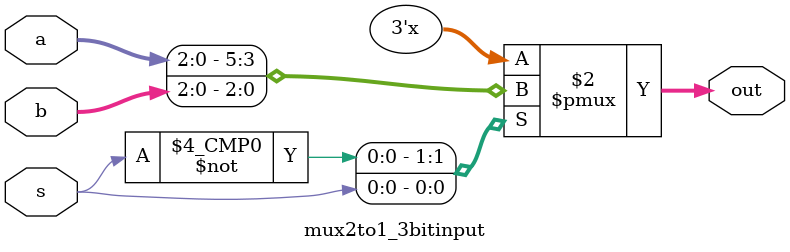
<source format=sv>
module mux2to1_3bitinput
(
	input logic s,
	input logic [2:0] a,
	input logic [2:0] b,

	output logic [2:0] out
);

always_comb begin
	
case(s)
1'b0: out <= a;
1'b1: out <= b;
		endcase
		
	end

endmodule 
</source>
